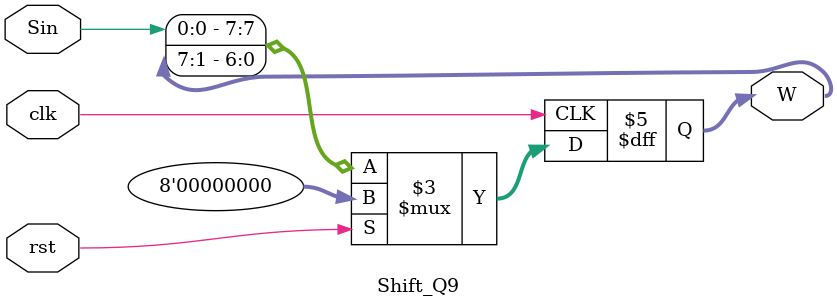
<source format=sv>
`timescale 1ns/1ns

module Shift_Q9(input clk,Sin,rst,output logic [7:0]W);
always@(posedge clk)begin
if(rst)
W<= 8'b0;
else
W<={Sin,W[7:1]};
end
endmodule

</source>
